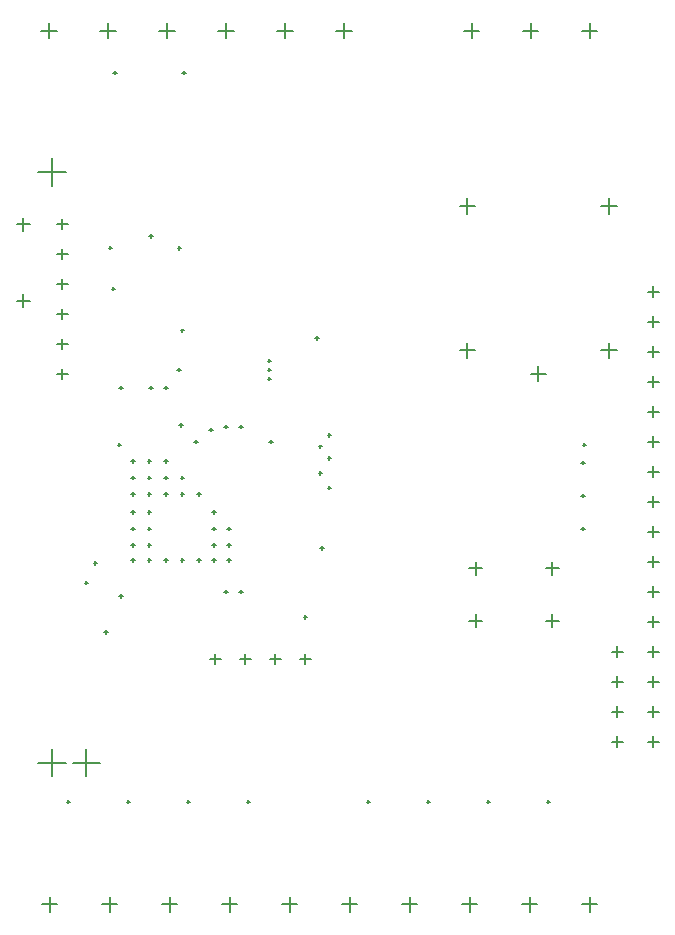
<source format=gbr>
%TF.GenerationSoftware,Altium Limited,Altium Designer,21.4.1 (30)*%
G04 Layer_Color=128*
%FSLAX44Y44*%
%MOMM*%
%TF.SameCoordinates,EB49FF53-C53B-41EF-AC46-A12079E47AB4*%
%TF.FilePolarity,Positive*%
%TF.FileFunction,Drillmap*%
%TF.Part,Single*%
G01*
G75*
%TA.AperFunction,NonConductor*%
%ADD73C,0.1270*%
D73*
X490890Y779780D02*
X503890D01*
X497390Y773280D02*
Y786280D01*
X440890Y779780D02*
X453890D01*
X447390Y773280D02*
Y786280D01*
X390890Y779780D02*
X403890D01*
X397390Y773280D02*
Y786280D01*
X395240Y280320D02*
X406240D01*
X400740Y274820D02*
Y285820D01*
X460240Y280320D02*
X471240D01*
X465740Y274820D02*
Y285820D01*
X395240Y324770D02*
X406240D01*
X400740Y319270D02*
Y330270D01*
X460240Y324770D02*
X471240D01*
X465740Y319270D02*
Y330270D01*
X516200Y254000D02*
X525200D01*
X520700Y249500D02*
Y258500D01*
X516200Y228600D02*
X525200D01*
X520700Y224100D02*
Y233100D01*
X516200Y203200D02*
X525200D01*
X520700Y198700D02*
Y207700D01*
X516200Y177800D02*
X525200D01*
X520700Y173300D02*
Y182300D01*
X546680Y177800D02*
X555680D01*
X551180Y173300D02*
Y182300D01*
X546680Y203200D02*
X555680D01*
X551180Y198700D02*
Y207700D01*
X546680Y228600D02*
X555680D01*
X551180Y224100D02*
Y233100D01*
X546680Y254000D02*
X555680D01*
X551180Y249500D02*
Y258500D01*
X546680Y279400D02*
X555680D01*
X551180Y274900D02*
Y283900D01*
X546680Y304800D02*
X555680D01*
X551180Y300300D02*
Y309300D01*
X546680Y330200D02*
X555680D01*
X551180Y325700D02*
Y334700D01*
X546680Y355600D02*
X555680D01*
X551180Y351100D02*
Y360100D01*
X546680Y381000D02*
X555680D01*
X551180Y376500D02*
Y385500D01*
X546680Y406400D02*
X555680D01*
X551180Y401900D02*
Y410900D01*
X546680Y431800D02*
X555680D01*
X551180Y427300D02*
Y436300D01*
X546680Y457200D02*
X555680D01*
X551180Y452700D02*
Y461700D01*
X546680Y482600D02*
X555680D01*
X551180Y478100D02*
Y487100D01*
X546680Y508000D02*
X555680D01*
X551180Y503500D02*
Y512500D01*
X546680Y533400D02*
X555680D01*
X551180Y528900D02*
Y537900D01*
X546680Y558800D02*
X555680D01*
X551180Y554300D02*
Y563300D01*
X252040Y247650D02*
X261040D01*
X256540Y243150D02*
Y252150D01*
X226640Y247650D02*
X235640D01*
X231140Y243150D02*
Y252150D01*
X201240Y247650D02*
X210240D01*
X205740Y243150D02*
Y252150D01*
X175840Y247650D02*
X184840D01*
X180340Y243150D02*
Y252150D01*
X447200Y489190D02*
X460200D01*
X453700Y482690D02*
Y495690D01*
X387200Y509190D02*
X400200D01*
X393700Y502690D02*
Y515690D01*
X387200Y631190D02*
X400200D01*
X393700Y624690D02*
Y637690D01*
X507200Y631190D02*
X520200D01*
X513700Y624690D02*
Y637690D01*
X507200Y509190D02*
X520200D01*
X513700Y502690D02*
Y515690D01*
X282870Y779780D02*
X295870D01*
X289370Y773280D02*
Y786280D01*
X232870Y779780D02*
X245870D01*
X239370Y773280D02*
Y786280D01*
X182870Y779780D02*
X195870D01*
X189370Y773280D02*
Y786280D01*
X132870Y779780D02*
X145870D01*
X139370Y773280D02*
Y786280D01*
X82870Y779780D02*
X95870D01*
X89370Y773280D02*
Y786280D01*
X32870Y779780D02*
X45870D01*
X39370Y773280D02*
Y786280D01*
X490890Y40040D02*
X503890D01*
X497390Y33540D02*
Y46540D01*
X440090Y40040D02*
X453090D01*
X446590Y33540D02*
Y46540D01*
X389290Y40040D02*
X402290D01*
X395790Y33540D02*
Y46540D01*
X338490Y40040D02*
X351490D01*
X344990Y33540D02*
Y46540D01*
X287690Y40040D02*
X300690D01*
X294190Y33540D02*
Y46540D01*
X236890Y40040D02*
X249890D01*
X243390Y33540D02*
Y46540D01*
X186090Y40040D02*
X199090D01*
X192590Y33540D02*
Y46540D01*
X135290Y40040D02*
X148290D01*
X141790Y33540D02*
Y46540D01*
X84490Y40040D02*
X97490D01*
X90990Y33540D02*
Y46540D01*
X33690Y40040D02*
X46690D01*
X40190Y33540D02*
Y46540D01*
X12280Y615950D02*
X23280D01*
X17780Y610450D02*
Y621450D01*
X12280Y550950D02*
X23280D01*
X17780Y545450D02*
Y556450D01*
X46300Y615950D02*
X55300D01*
X50800Y611450D02*
Y620450D01*
X46300Y590550D02*
X55300D01*
X50800Y586050D02*
Y595050D01*
X46300Y565150D02*
X55300D01*
X50800Y560650D02*
Y569650D01*
X46300Y539750D02*
X55300D01*
X50800Y535250D02*
Y544250D01*
X46300Y514350D02*
X55300D01*
X50800Y509850D02*
Y518850D01*
X46300Y488950D02*
X55300D01*
X50800Y484450D02*
Y493450D01*
X269010Y341630D02*
X272010D01*
X270510Y340130D02*
Y343130D01*
X255040Y283210D02*
X258040D01*
X256540Y281710D02*
Y284710D01*
X30500Y160000D02*
X53500D01*
X42000Y148500D02*
Y171500D01*
X59500Y160000D02*
X82500D01*
X71000Y148500D02*
Y171500D01*
X30500Y660000D02*
X53500D01*
X42000Y648500D02*
Y671500D01*
X224560Y485140D02*
X227560D01*
X226060Y483640D02*
Y486640D01*
X224560Y492760D02*
X227560D01*
X226060Y491260D02*
Y494260D01*
X224560Y500380D02*
X227560D01*
X226060Y498880D02*
Y501880D01*
X152170Y744220D02*
X155170D01*
X153670Y742720D02*
Y745720D01*
X93750Y744220D02*
X96750D01*
X95250Y742720D02*
Y745720D01*
X275354Y392854D02*
X278354D01*
X276854Y391354D02*
Y394354D01*
X275360Y417830D02*
X278360D01*
X276860Y416330D02*
Y419330D01*
X275360Y437190D02*
X278360D01*
X276860Y435690D02*
Y438690D01*
X267740Y427650D02*
X270740D01*
X269240Y426150D02*
Y429150D01*
X200430Y444500D02*
X203430D01*
X201930Y443000D02*
Y446000D01*
X187730Y444500D02*
X190730D01*
X189230Y443000D02*
Y446000D01*
X175030Y441960D02*
X178030D01*
X176530Y440460D02*
Y443460D01*
X162330Y431800D02*
X165330D01*
X163830Y430300D02*
Y433300D01*
X225830Y431800D02*
X228830D01*
X227330Y430300D02*
Y433300D01*
X491260Y429260D02*
X494260D01*
X492760Y427760D02*
Y430760D01*
X97560Y429260D02*
X100560D01*
X99060Y427760D02*
Y430760D01*
X149630Y445770D02*
X152630D01*
X151130Y444270D02*
Y447270D01*
X490100Y414020D02*
X493100D01*
X491600Y412520D02*
Y415520D01*
X489990Y386080D02*
X492990D01*
X491490Y384580D02*
Y387580D01*
X490100Y358140D02*
X493100D01*
X491600Y356640D02*
Y359640D01*
X267740Y405130D02*
X270740D01*
X269240Y403630D02*
Y406630D01*
X148180Y492762D02*
X151180D01*
X149680Y491262D02*
Y494262D01*
X124230Y605790D02*
X127230D01*
X125730Y604290D02*
Y607290D01*
X89940Y596099D02*
X92940D01*
X91440Y594599D02*
Y597599D01*
X148470Y595860D02*
X151470D01*
X149970Y594360D02*
Y597360D01*
X265065Y519295D02*
X268065D01*
X266565Y517795D02*
Y520795D01*
X98830Y477520D02*
X101830D01*
X100330Y476020D02*
Y479020D01*
X77240Y328930D02*
X80240D01*
X78740Y327430D02*
Y330430D01*
X69620Y312420D02*
X72620D01*
X71120Y310920D02*
Y313920D01*
X86130Y270510D02*
X89130D01*
X87630Y269010D02*
Y272010D01*
X105180Y127000D02*
X108180D01*
X106680Y125500D02*
Y128500D01*
X460780Y127000D02*
X463780D01*
X462280Y125500D02*
Y128500D01*
X187730Y304800D02*
X190730D01*
X189230Y303300D02*
Y306300D01*
X200430Y304800D02*
X203430D01*
X201930Y303300D02*
Y306300D01*
X92480Y561340D02*
X95480D01*
X93980Y559840D02*
Y562840D01*
X151010Y526010D02*
X154010D01*
X152510Y524510D02*
Y527510D01*
X136930Y477520D02*
X139930D01*
X138430Y476020D02*
Y479020D01*
X124230Y477520D02*
X127230D01*
X125730Y476020D02*
Y479020D01*
X136930Y401320D02*
X139930D01*
X138430Y399820D02*
Y402820D01*
X108990Y401320D02*
X111990D01*
X110490Y399820D02*
Y402820D01*
X122960Y401320D02*
X125960D01*
X124460Y399820D02*
Y402820D01*
X150900Y401320D02*
X153900D01*
X152400Y399820D02*
Y402820D01*
X108990Y415290D02*
X111990D01*
X110490Y413790D02*
Y416790D01*
X122960Y415290D02*
X125960D01*
X124460Y413790D02*
Y416790D01*
X136930Y415290D02*
X139930D01*
X138430Y413790D02*
Y416790D01*
X177570Y331470D02*
X180570D01*
X179070Y329970D02*
Y332970D01*
X108990Y344170D02*
X111990D01*
X110490Y342670D02*
Y345670D01*
X177570Y344170D02*
X180570D01*
X179070Y342670D02*
Y345670D01*
X122960Y344170D02*
X125960D01*
X124460Y342670D02*
Y345670D01*
X122960Y331470D02*
X125960D01*
X124460Y329970D02*
Y332970D01*
X190270Y331470D02*
X193270D01*
X191770Y329970D02*
Y332970D01*
X150900Y331470D02*
X153900D01*
X152400Y329970D02*
Y332970D01*
X108990Y331470D02*
X111990D01*
X110490Y329970D02*
Y332970D01*
X164870Y331470D02*
X167870D01*
X166370Y329970D02*
Y332970D01*
X136930Y331470D02*
X139930D01*
X138430Y329970D02*
Y332970D01*
X190270Y344170D02*
X193270D01*
X191770Y342670D02*
Y345670D01*
X177570Y372110D02*
X180570D01*
X179070Y370610D02*
Y373610D01*
X177570Y358140D02*
X180570D01*
X179070Y356640D02*
Y359640D01*
X190270Y358140D02*
X193270D01*
X191770Y356640D02*
Y359640D01*
X108990Y358140D02*
X111990D01*
X110490Y356640D02*
Y359640D01*
X136930Y387350D02*
X139930D01*
X138430Y385850D02*
Y388850D01*
X122960Y372110D02*
X125960D01*
X124460Y370610D02*
Y373610D01*
X122960Y358140D02*
X125960D01*
X124460Y356640D02*
Y359640D01*
X108990Y372110D02*
X111990D01*
X110490Y370610D02*
Y373610D01*
X108990Y387350D02*
X111990D01*
X110490Y385850D02*
Y388850D01*
X122960Y387350D02*
X125960D01*
X124460Y385850D02*
Y388850D01*
X150900Y387350D02*
X153900D01*
X152400Y385850D02*
Y388850D01*
X164870Y387350D02*
X167870D01*
X166370Y385850D02*
Y388850D01*
X54380Y127000D02*
X57380D01*
X55880Y125500D02*
Y128500D01*
X155980Y127000D02*
X158980D01*
X157480Y125500D02*
Y128500D01*
X206780Y127000D02*
X209780D01*
X208280Y125500D02*
Y128500D01*
X308380Y127000D02*
X311380D01*
X309880Y125500D02*
Y128500D01*
X359180Y127000D02*
X362180D01*
X360680Y125500D02*
Y128500D01*
X409980Y127000D02*
X412980D01*
X411480Y125500D02*
Y128500D01*
X98830Y300990D02*
X101830D01*
X100330Y299490D02*
Y302490D01*
%TF.MD5,8645adcb1da04b77faf8c3b828488bcf*%
M02*

</source>
